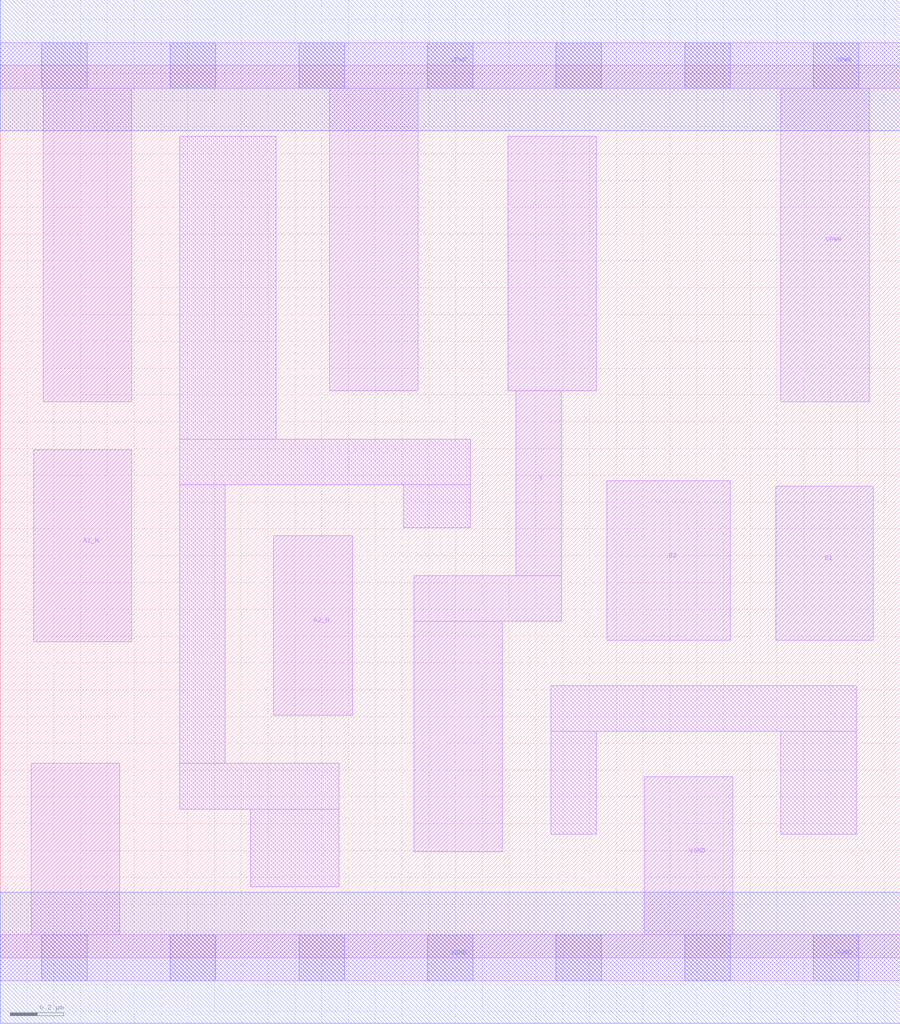
<source format=lef>
# Copyright 2020 The SkyWater PDK Authors
#
# Licensed under the Apache License, Version 2.0 (the "License");
# you may not use this file except in compliance with the License.
# You may obtain a copy of the License at
#
#     https://www.apache.org/licenses/LICENSE-2.0
#
# Unless required by applicable law or agreed to in writing, software
# distributed under the License is distributed on an "AS IS" BASIS,
# WITHOUT WARRANTIES OR CONDITIONS OF ANY KIND, either express or implied.
# See the License for the specific language governing permissions and
# limitations under the License.
#
# SPDX-License-Identifier: Apache-2.0

VERSION 5.7 ;
  NAMESCASESENSITIVE ON ;
  NOWIREEXTENSIONATPIN ON ;
  DIVIDERCHAR "/" ;
  BUSBITCHARS "[]" ;
UNITS
  DATABASE MICRONS 200 ;
END UNITS
MACRO sky130_fd_sc_lp__o2bb2ai_lp
  CLASS CORE ;
  SOURCE USER ;
  FOREIGN sky130_fd_sc_lp__o2bb2ai_lp ;
  ORIGIN  0.000000  0.000000 ;
  SIZE  3.360000 BY  3.330000 ;
  SYMMETRY X Y R90 ;
  SITE unit ;
  PIN A1_N
    ANTENNAGATEAREA  0.313000 ;
    DIRECTION INPUT ;
    USE SIGNAL ;
    PORT
      LAYER li1 ;
        RECT 0.125000 1.180000 0.490000 1.895000 ;
    END
  END A1_N
  PIN A2_N
    ANTENNAGATEAREA  0.313000 ;
    DIRECTION INPUT ;
    USE SIGNAL ;
    PORT
      LAYER li1 ;
        RECT 1.020000 0.905000 1.315000 1.575000 ;
    END
  END A2_N
  PIN B1
    ANTENNAGATEAREA  0.313000 ;
    DIRECTION INPUT ;
    USE SIGNAL ;
    PORT
      LAYER li1 ;
        RECT 2.895000 1.185000 3.260000 1.760000 ;
    END
  END B1
  PIN B2
    ANTENNAGATEAREA  0.313000 ;
    DIRECTION INPUT ;
    USE SIGNAL ;
    PORT
      LAYER li1 ;
        RECT 2.265000 1.185000 2.725000 1.780000 ;
    END
  END B2
  PIN Y
    ANTENNADIFFAREA  0.399700 ;
    DIRECTION OUTPUT ;
    USE SIGNAL ;
    PORT
      LAYER li1 ;
        RECT 1.545000 0.395000 1.875000 1.255000 ;
        RECT 1.545000 1.255000 2.095000 1.425000 ;
        RECT 1.895000 2.115000 2.225000 3.065000 ;
        RECT 1.925000 1.425000 2.095000 2.115000 ;
    END
  END Y
  PIN VGND
    DIRECTION INOUT ;
    USE GROUND ;
    PORT
      LAYER li1 ;
        RECT 0.000000 -0.085000 3.360000 0.085000 ;
        RECT 0.115000  0.085000 0.445000 0.725000 ;
        RECT 2.405000  0.085000 2.735000 0.675000 ;
      LAYER mcon ;
        RECT 0.155000 -0.085000 0.325000 0.085000 ;
        RECT 0.635000 -0.085000 0.805000 0.085000 ;
        RECT 1.115000 -0.085000 1.285000 0.085000 ;
        RECT 1.595000 -0.085000 1.765000 0.085000 ;
        RECT 2.075000 -0.085000 2.245000 0.085000 ;
        RECT 2.555000 -0.085000 2.725000 0.085000 ;
        RECT 3.035000 -0.085000 3.205000 0.085000 ;
      LAYER met1 ;
        RECT 0.000000 -0.245000 3.360000 0.245000 ;
    END
  END VGND
  PIN VPWR
    DIRECTION INOUT ;
    USE POWER ;
    PORT
      LAYER li1 ;
        RECT 0.000000 3.245000 3.360000 3.415000 ;
        RECT 0.160000 2.075000 0.490000 3.245000 ;
        RECT 1.230000 2.115000 1.560000 3.245000 ;
        RECT 2.915000 2.075000 3.245000 3.245000 ;
      LAYER mcon ;
        RECT 0.155000 3.245000 0.325000 3.415000 ;
        RECT 0.635000 3.245000 0.805000 3.415000 ;
        RECT 1.115000 3.245000 1.285000 3.415000 ;
        RECT 1.595000 3.245000 1.765000 3.415000 ;
        RECT 2.075000 3.245000 2.245000 3.415000 ;
        RECT 2.555000 3.245000 2.725000 3.415000 ;
        RECT 3.035000 3.245000 3.205000 3.415000 ;
      LAYER met1 ;
        RECT 0.000000 3.085000 3.360000 3.575000 ;
    END
  END VPWR
  OBS
    LAYER li1 ;
      RECT 0.670000 0.555000 1.265000 0.725000 ;
      RECT 0.670000 0.725000 0.840000 1.765000 ;
      RECT 0.670000 1.765000 1.755000 1.935000 ;
      RECT 0.670000 1.935000 1.030000 3.065000 ;
      RECT 0.935000 0.265000 1.265000 0.555000 ;
      RECT 1.505000 1.605000 1.755000 1.765000 ;
      RECT 2.055000 0.460000 2.225000 0.845000 ;
      RECT 2.055000 0.845000 3.195000 1.015000 ;
      RECT 2.915000 0.460000 3.195000 0.845000 ;
  END
END sky130_fd_sc_lp__o2bb2ai_lp

</source>
